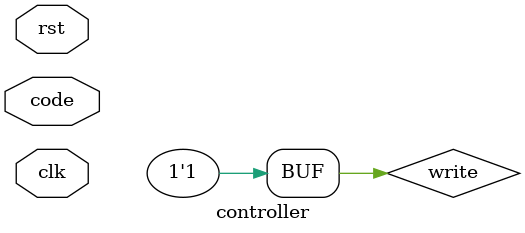
<source format=v>
`timescale 1ns / 1ps


module controller(
        input clk,
        input rst,
        input [2:0] code
    );
    wire [31:0] rd, rs1, rs2;
    
    reg [15:0] cont;
    
    //15-12, 11-8, 7-4, 3-0
    
    always @(*) begin
        case (code)
            3'd0: cont = {4'b0000,4'd1,4'd2,4'd3};
            3'd1: cont = {4'b0001,4'd4,4'd1,4'd5};
            3'd2: cont = {4'b1010,4'd2,4'd1,4'd2};
            3'd3: cont = {4'b1011,4'd7,4'd1,4'd2};
            3'd4: cont = {4'b0010,4'd6,4'd1,4'd2};
            3'd5: cont = {4'b0100,4'd1,4'd1,4'd2};
            3'd6: cont = {4'b1000,4'd3,4'd2,4'd0};
            3'd7: cont = {4'b1000,4'd6,4'd0,4'd0};
            default: cont=15'd0;
        endcase
    end
    
    assign write = 1'b1;
    
    REG_BANK regs(clk, rst, cont[11:8], cont[7:4], cont[3:0], rd, write, rs1, rs2);
    K_ALU_32 alu(rd, rs1, rs2, cont[15:12]);
    
endmodule

</source>
